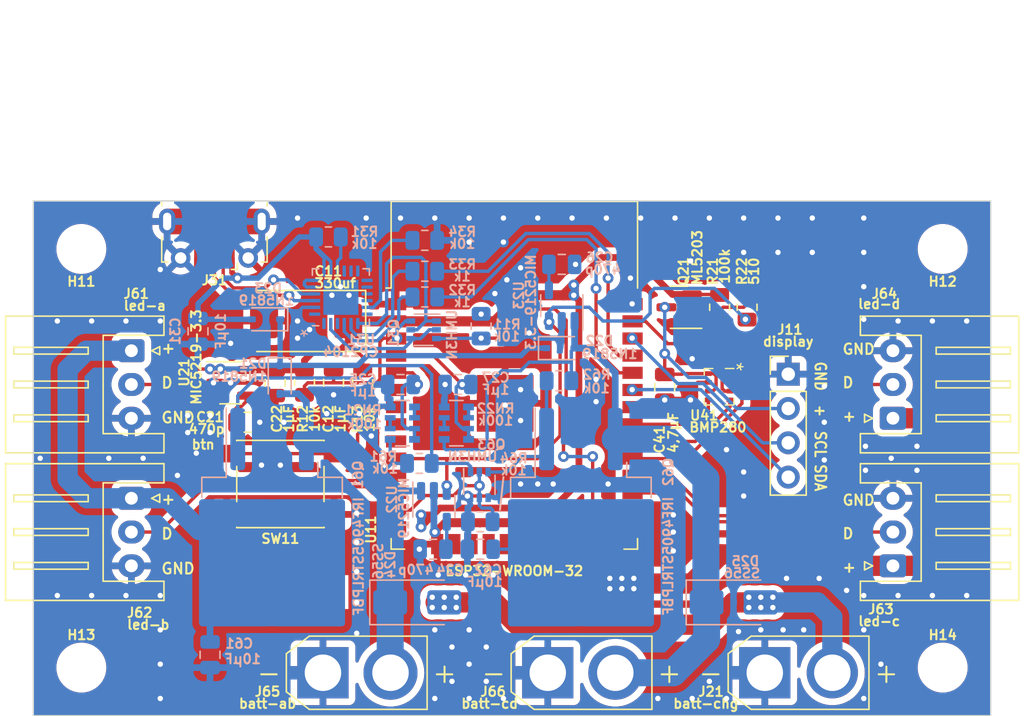
<source format=kicad_pcb>
(kicad_pcb (version 20221018) (generator pcbnew)
  (layers (0 "F.Cu" signal) (31 "B.Cu" signal) (34 "B.Paste" user) (35 "F.Paste" user) (36 "B.SilkS" user "B.Silkscreen") (37 "F.SilkS" user "F.Silkscreen") (38 "B.Mask" user) (39 "F.Mask" user) (44 "Edge.Cuts" user))
  (net 0 "")
  (net 1 "+3.3V")
  (net 2 "GND")
  (net 3 "/s-en")
  (net 4 "Net-(U21-BP)")
  (net 5 "VBUS")
  (net 6 "/v-led-ab")
  (net 7 "+5V")
  (net 8 "/v-led-cd")
  (net 9 "+3.3VA")
  (net 10 "Net-(U22-BP)")
  (net 11 "Net-(J31-D-)")
  (net 12 "Net-(J31-D+)")
  (net 14 "/ldata-a")
  (net 15 "/ldata-b")
  (net 16 "/ldata-c")
  (net 17 "/ldata-d")
  (net 18 "/s-boot")
  (net 19 "Net-(Q31A-B1)")
  (net 20 "Net-(Q31A-E1)")
  (net 21 "Net-(Q61-G)")
  (net 22 "/btn")
  (net 23 "Net-(U31-~{RST})")
  (net 24 "Net-(U31-TXD)")
  (net 25 "/s-rx")
  (net 26 "Net-(U31-RXD)")
  (net 27 "/s-tx")
  (net 28 "Net-(U31-SUSPEND)")
  (net 29 "Net-(RN21-R1.2)")
  (net 30 "Net-(U23-BP)")
  (net 31 "leden")
  (net 32 "Net-(RN22-R1.2)")
  (net 33 "Net-(Q21-G)")
  (net 46 "/bmp280-cs")
  (net 47 "/spi-clk")
  (net 48 "/spi-miso")
  (net 50 "i2c-sda")
  (net 51 "i2c-scl")
  (net 52 "/spi-mosi")
  (net 54 "+BATT-AB")
  (net 55 "+BATT-CD")
  (net 56 "Net-(D24-A)")
  (net 58 "Net-(U31-VDD)")
  (net 68 "Net-(Q62-G)")
  (net 69 "hwen")
  (net 70 "Net-(RN21-R2.1)")
  (net 71 "Net-(RN21-R3.2)")
  (net 72 "Net-(RN22-R2.1)")
  (net 73 "Net-(RN22-R3.2)")
  (footprint "Resistor_SMD:R_0805_2012Metric" (layer "F.Cu") (at 128.016 55.372 -90)
    (fp_text reference "R13")
    (fp_text value "10k")
  )
  (footprint "MountingHole:MountingHole_3.2mm_M3" (layer "F.Cu") (at 170.942 45.466)
    (fp_text reference "H12")
    (fp_text value "MountingHole" hide)
  )
  (footprint "Capacitor_Tantalum_SMD:CP_EIA-7343-20_Kemet-V" (layer "F.Cu") (at 123.825 50.8 180)
    (fp_text reference "C11")
    (fp_text value "330uf")
  )
  (footprint "Package_TO_SOT_SMD:SOT-23-5" (layer "F.Cu") (at 118.2425 55.372)
    (fp_text reference "U21")
    (fp_text value "MIC5219-3.3")
  )
  (footprint "Button_Switch_SMD:SW_Push_1P1T_NO_6x6mm_H9.5mm" (layer "F.Cu") (at 121.92 62.865 180)
    (fp_text reference "SW11")
    (fp_text value "btn")
  )
  (footprint "MountingHole:MountingHole_3.2mm_M3" (layer "F.Cu") (at 170.942 76.454)
    (fp_text reference "H14")
    (fp_text value "MountingHole" hide)
  )
  (footprint "Resistor_SMD:R_0805_2012Metric" (layer "F.Cu") (at 156.464 49.784 90)
    (fp_text reference "R22")
    (fp_text value "510")
  )
  (footprint "Connector_JST:JST_XH_S3B-XH-A_1x03_P2.50mm_Horizontal" (layer "F.Cu") (at 167.259 68.921 90)
    (fp_text reference "J63")
    (fp_text value "led-c")
  )
  (footprint "Capacitor_SMD:C_0805_2012Metric" (layer "F.Cu") (at 150.368 55.705 -90)
    (fp_text reference "C41")
    (fp_text value "4,7μF")
  )
  (footprint "MountingHole:MountingHole_3.2mm_M3" (layer "F.Cu") (at 107.188 76.454)
    (fp_text reference "H13")
    (fp_text value "MountingHole" hide)
  )
  (footprint "Connector_JST:JST_XH_S3B-XH-A_1x03_P2.50mm_Horizontal" (layer "F.Cu") (at 110.892 63.921 -90)
    (fp_text reference "J62")
    (fp_text value "led-b")
  )
  (footprint "Capacitor_SMD:C_0805_2012Metric" (layer "F.Cu") (at 125.857 55.372 -90)
    (fp_text reference "C12")
    (fp_text value "1μF")
  )
  (footprint "RF_Module:ESP32-WROOM-32" (layer "F.Cu") (at 139.237 57.805)
    (fp_text reference "U11")
    (fp_text value "ESP32-WROOM-32")
  )
  (footprint "Package_LGA:Bosch_LGA-8_2x2.5mm_P0.65mm_ClockwisePinNumbering" (layer "F.Cu") (at 154.394 55.667 -90)
    (fp_text reference "U41")
    (fp_text value "BMP280")
  )
  (footprint "Connector_AMASS:AMASS_XT30U-F_1x02_P5.0mm_Vertical" (layer "F.Cu") (at 125.071 76.835)
    (fp_text reference "J65")
    (fp_text value "batt-ab")
  )
  (footprint "MountingHole:MountingHole_3.2mm_M3" (layer "F.Cu") (at 107.188 45.466)
    (fp_text reference "H11")
    (fp_text value "MountingHole" hide)
  )
  (footprint "Connector_AMASS:AMASS_XT30U-F_1x02_P5.0mm_Vertical" (layer "F.Cu") (at 141.7104 76.835)
    (fp_text reference "J66")
    (fp_text value "batt-cd")
  )
  (footprint "Connector_JST:JST_XH_S3B-XH-A_1x03_P2.50mm_Horizontal" (layer "F.Cu") (at 167.259 57.999 90)
    (fp_text reference "J64")
    (fp_text value "led-d")
  )
  (footprint "Capacitor_SMD:C_0805_2012Metric" (layer "F.Cu") (at 121.539 55.372 -90)
    (fp_text reference "C22")
    (fp_text value "1μF")
  )
  (footprint "Connector_JST:JST_XH_S3B-XH-A_1x03_P2.50mm_Horizontal" (layer "F.Cu") (at 110.892 52.999 -90)
    (fp_text reference "J61")
    (fp_text value "led-a")
  )
  (footprint "Connector_PinHeader_2.54mm:PinHeader_1x04_P2.54mm_Vertical" (layer "F.Cu") (at 159.512 54.737)
    (fp_text reference "J11")
    (fp_text value "display")
  )
  (footprint "Capacitor_SMD:C_0805_2012Metric" (layer "F.Cu") (at 119.507 58.293)
    (fp_text reference "C21")
    (fp_text value "470p")
  )
  (footprint "Resistor_SMD:R_0805_2012Metric" (layer "F.Cu") (at 123.7035 55.352 -90)
    (fp_text reference "R12")
    (fp_text value "10k")
  )
  (footprint "Connector_AMASS:AMASS_XT30U-M_1x02_P5.0mm_Vertical" (layer "F.Cu") (at 157.774 76.835)
    (fp_text reference "J21")
    (fp_text value "batt-chg")
  )
  (footprint "Resistor_SMD:R_0805_2012Metric" (layer "F.Cu") (at 154.432 49.784 -90)
    (fp_text reference "R21")
    (fp_text value "100k")
  )
  (footprint "Package_TO_SOT_SMD:SOT-23" (layer "F.Cu") (at 151.4325 49.784 180)
    (fp_text reference "Q21")
    (fp_text value "ML5203")
  )
  (footprint "Connector_USB:USB_Micro-B_Molex-105017-0001" (layer "F.Cu") (at 117.038 44.6715 180)
    (fp_text reference "J31")
    (fp_text value "USB_B_Micro" hide)
  )
  (footprint "Resistor_SMD:R_0805_2012Metric" (layer "B.Cu") (at 136.779 51.181 -90)
    (fp_text reference "R11")
    (fp_text value "10k")
  )
  (footprint "Resistor_SMD:R_0805_2012Metric" (layer "B.Cu") (at 132.207 61.341 180)
    (fp_text reference "R61")
    (fp_text value "10k")
  )
  (footprint "Package_DFN_QFN:QFN-24-1EP_4x4mm_P0.5mm_EP2.6x2.6mm" (layer "B.Cu") (at 126.3975 49.042)
    (fp_text reference "U31")
    (fp_text value "CP2104")
  )
  (footprint "Diode_SMD:D_SMA" (layer "B.Cu") (at 155.4668 71.628)
    (fp_text reference "D25")
    (fp_text value "SS56")
  )
  (footprint "Diode_SMD:D_SMA" (layer "B.Cu") (at 132.048 71.628)
    (fp_text reference "D24")
    (fp_text value "SS56")
  )
  (footprint "Diode_SMD:D_SOD-323" (layer "B.Cu") (at 121.8692 55.1348 -90)
    (fp_text reference "D21")
    (fp_text value "1N5819")
  )
  (footprint "Capacitor_SMD:C_0805_2012Metric" (layer "B.Cu") (at 135.062 55.499 180)
    (fp_text reference "C27")
    (fp_text value "1μF")
  )
  (footprint "Resistor_SMD:R_0805_2012Metric" (layer "B.Cu") (at 132.6115 44.831 180)
    (fp_text reference "R34")
    (fp_text value "10k")
  )
  (footprint "Package_TO_SOT_SMD:TO-263-2" (layer "B.Cu") (at 144.164 67.195 -90)
    (fp_text reference "Q62")
    (fp_text value "IRF4905STRLPBF")
  )
  (footprint "Capacitor_SMD:C_0805_2012Metric" (layer "B.Cu") (at 136.713 67.691)
    (fp_text reference "C62")
    (fp_text value "10μF")
  )
  (footprint "Resistor_SMD:R_0805_2012Metric" (layer "B.Cu") (at 125.476 44.577 180)
    (fp_text reference "R31")
    (fp_text value "10k")
  )
  (footprint "Diode_SMD:D_SOD-323" (layer "B.Cu") (at 120.8532 50.673 180)
    (fp_text reference "D23")
    (fp_text value "1N5819")
  )
  (footprint "Capacitor_SMD:C_0805_2012Metric" (layer "B.Cu") (at 142.748 46.609)
    (fp_text reference "C26")
    (fp_text value "470p")
  )
  (footprint "Capacitor_SMD:C_0805_2012Metric" (layer "B.Cu") (at 115.824 51.562 -90)
    (fp_text reference "C31")
    (fp_text value "10μF")
  )
  (footprint "Package_TO_SOT_SMD:SOT-363_SC-70-6" (layer "B.Cu") (at 136.647 62.926 -90)
    (fp_text reference "Q63")
    (fp_text value "UMH3N")
  )
  (footprint "Package_TO_SOT_SMD:SOT-23-5" (layer "B.Cu") (at 142.748 49.6625 90)
    (fp_text reference "U23")
    (fp_text value "MIC5219-3.3")
  )
  (footprint "Resistor_SMD:R_0805_2012Metric" (layer "B.Cu") (at 142.5429 55.2196)
    (fp_text reference "R62")
    (fp_text value "10k")
  )
  (footprint "Package_TO_SOT_SMD:SOT-23-5" (layer "B.Cu") (at 133.284 64.516 -90)
    (fp_text reference "U22")
    (fp_text value "MIC5219")
  )
  (footprint "Capacitor_SMD:C_0805_2012Metric" (layer "B.Cu") (at 116.713 75.504 -90)
    (fp_text reference "C61")
    (fp_text value "10μF")
  )
  (footprint "Resistor_SMD:R_Array_Convex_4x0603" (layer "B.Cu") (at 130.948 58.363)
    (fp_text reference "RN21")
    (fp_text value "100k")
  )
  (footprint "Resistor_SMD:R_Array_Convex_4x0603" (layer "B.Cu") (at 134.946 58.363)
    (fp_text reference "RN22")
    (fp_text value "100k")
  )
  (footprint "Package_TO_SOT_SMD:TO-263-2" (layer "B.Cu") (at 121.304 67.195 -90)
    (fp_text reference "Q61")
    (fp_text value "IRF4905STRLPBF")
  )
  (footprint "Resistor_SMD:R_0805_2012Metric" (layer "B.Cu") (at 136.713 65.659 180)
    (fp_text reference "R64")
    (fp_text value "10k")
  )
  (footprint "Capacitor_SMD:C_0805_2012Metric" (layer "B.Cu") (at 133.218 67.691 180)
    (fp_text reference "C24")
    (fp_text value "470p")
  )
  (footprint "Package_TO_SOT_SMD:SOT-363_SC-70-6" (layer "B.Cu") (at 132.522 51.45 180)
    (fp_text reference "Q31")
    (fp_text value "UMH3N")
  )
  (footprint "Resistor_SMD:R_0805_2012Metric" (layer "B.Cu") (at 132.6115 49.022 180)
    (fp_text reference "R32")
    (fp_text value "1k")
  )
  (footprint "Diode_SMD:D_SOD-323" (layer "B.Cu") (at 142.6359 52.8066)
    (fp_text reference "D22")
    (fp_text value "1N5819")
  )
  (footprint "Capacitor_SMD:C_0805_2012Metric" (layer "B.Cu") (at 130.81 55.499 180)
    (fp_text reference "C25")
    (fp_text value "1μF")
  )
  (footprint "Resistor_SMD:R_0805_2012Metric" (layer "B.Cu") (at 132.6115 47.117 180)
    (fp_text reference "R33")
    (fp_text value "1k")
  )
  (gr_line (start 138.43 62.357) (end 138.176 64.77) (stroke (width 0.15)) (layer "B.SilkS"))
  (gr_line (start 103.632 41.91) (end 103.632 80.01) (stroke (width 0.1)) (layer "Edge.Cuts"))
  (gr_line (start 103.632 80.01) (end 174.498 80.01) (stroke (width 0.1)) (layer "Edge.Cuts"))
  (gr_line (start 174.498 80.01) (end 174.498 41.91) (stroke (width 0.1)) (layer "Edge.Cuts"))
  (gr_line (start 174.498 41.91) (end 103.632 41.91) (stroke (width 0.1)) (layer "Edge.Cuts"))
  (gr_text "rwled-v0.2" (at 116.332 71.628) (layer "F.Cu") (effects (font (size 1.2 1.2) (thickness 0.3) bold) (justify left bottom)))
  (gr_text "+\n\nD\n\nGND" (at 113.03 58.42) (layer "F.SilkS") (effects (font (size 0.8 0.8) (thickness 0.15) bold) (justify left bottom)))
  (gr_text "+\n\nD\n\nGND" (at 113.03 69.596) (layer "F.SilkS") (effects (font (size 0.8 0.8) (thickness 0.15) bold) (justify left bottom)))
  (gr_text "GND\n\nD\n\n+" (at 163.449 58.293) (layer "F.SilkS") (effects (font (size 0.77 0.77) (thickness 0.15) bold) (justify left bottom)))
  (gr_text "GND  +  SCL SDA" (at 161.417 53.721 270) (layer "F.SilkS") (effects (font (size 0.8 0.7) (thickness 0.15) bold) (justify left bottom)))
  (gr_text "GND\n\nD\n\n+" (at 163.449 69.469) (layer "F.SilkS") (effects (font (size 0.77 0.77) (thickness 0.15) bold) (justify left bottom)))
  (segment (start 119.38 54.422) (end 121.539 54.422) (width 0.5) (layer "F.Cu") (net 1))
  (segment (start 137.312 50.825) (end 137.77 50.825) (width 0.75) (layer "F.Cu") (net 1))
  (segment (start 133.731 64.643) (end 133.223 65.151) (width 0.5) (layer "F.Cu") (net 1))
  (segment (start 150.942 48.834) (end 148.209 46.101) (width 0.5) (layer "F.Cu") (net 1))
  (segment (start 143.637 48.133) (end 145.669 46.101) (width 0.5) (layer "F.Cu") (net 1))
  (segment (start 124.333 53.086) (end 126.238 53.086) (width 0.5) (layer "F.Cu") (net 1))
  (segment (start 132.334 65.151) (end 133.223 65.151) (width 0.5) (layer "F.Cu") (net 1))
  (segment (start 123.7035 53.7155) (end 124.333 53.086) (width 0.5) (layer "F.Cu") (net 1))
  (segment (start 139.7 48.895) (end 137.77 50.825) (width 0.75) (layer "F.Cu") (net 1))
  (segment (start 123.7035 54.4395) (end 123.7035 53.7155) (width 0.5) (layer "F.Cu") (net 1))
  (segment (start 143.637 48.895) (end 142.875 48.895) (width 0.75) (layer "F.Cu") (net 1))
  (segment (start 142.875 48.895) (end 139.7 48.895) (width 0.75) (layer "F.Cu") (net 1))
  (segment (start 130.487 50.825) (end 136.246 50.825) (width 0.75) (layer "F.Cu") (net 1))
  (segment (start 152.37 48.834) (end 150.942 48.834) (width 0.5) (layer "F.Cu") (net 1))
  (segment (start 121.539 54.422) (end 123.686 54.422) (width 0.5) (layer "F.Cu") (net 1))
  (segment (start 143.637 48.133) (end 142.875 48.895) (width 0.75) (layer "F.Cu") (net 1))
  (segment (start 143.637 48.895) (end 144.018 49.276) (width 0.5) (layer "F.Cu") (net 1))
  (segment (start 123.686 54.422) (end 123.7035 54.4395) (width 0.5) (layer "F.Cu") (net 1))
  (segment (start 130.487 50.825) (end 126.9625 50.825) (width 0.75) (layer "F.Cu") (net 1))
  (segment (start 152.37 48.834) (end 154.3945 48.834) (width 0.25) (layer "F.Cu") (net 1))
  (segment (start 136.779 50.292) (end 137.312 50.825) (width 0.75) (layer "F.Cu") (net 1))
  (segment (start 126.9625 50.825) (end 126.9375 50.8) (width 0.75) (layer "F.Cu") (net 1))
  (segment (start 126.9375 52.3865) (end 126.9375 50.8) (width 0.5) (layer "F.Cu") (net 1))
  (segment (start 136.246 50.825) (end 137.312 50.825) (width 0.75) (layer "F.Cu") (net 1))
  (segment (start 132.334 66.04) (end 133.223 65.151) (width 0.5) (layer "F.Cu") (net 1))
  (segment (start 144.018 49.276) (end 144.018 62.738) (width 0.5) (layer "F.Cu") (net 1))
  (segment (start 136.246 50.825) (end 136.779 50.292) (width 0.75) (layer "F.Cu") (net 1))
  (segment (start 144.018 62.738) (end 142.113 64.643) (width 0.5) (layer "F.Cu") (net 1))
  (segment (start 123.6805 54.422) (end 123.698 54.4395) (width 0.5) (layer "F.Cu") (net 1))
  (segment (start 142.113 64.643) (end 133.731 64.643) (width 0.5) (layer "F.Cu") (net 1))
  (segment (start 126.238 53.086) (end 126.9375 52.3865) (width 0.5) (layer "F.Cu") (net 1))
  (segment (start 143.637 48.895) (end 143.637 48.133) (width 0.75) (layer "F.Cu") (net 1))
  (segment (start 128.016 54.4595) (end 128.016 53.465) (width 0.25) (layer "F.Cu") (net 1))
  (segment (start 148.209 46.101) (end 145.669 46.101) (width 0.5) (layer "F.Cu") (net 1))
  (segment (start 128.016 53.465) (end 126.9375 52.3865) (width 0.25) (layer "F.Cu") (net 1))
  (segment (start 154.3945 48.834) (end 154.432 48.8715) (width 0.25) (layer "F.Cu") (net 1))
  (via (at 143.637 48.133) (size 0.8) (drill 0.4) (layers "F.Cu" "B.Cu") (net 1))
  (via (at 143.637 48.895) (size 0.8) (drill 0.4) (layers "F.Cu" "B.Cu") (net 1))
  (via (at 132.334 66.04) (size 0.8) (drill 0.4) (layers "F.Cu" "B.Cu") (net 1))
  (via (at 136.779 50.292) (size 0.8) (drill 0.4) (layers "F.Cu" "B.Cu") (net 1))
  (via (at 132.334 65.151) (size 0.8) (drill 0.4) (layers "F.Cu" "B.Cu") (net 1))
  (segment (start 155.575 54.692) (end 156.636 54.692) (width 0.25) (layer "F.Cu") (net 2))
  (segment (start 135.763 63.754) (end 135.801 63.792) (width 0.4) (layer "F.Cu") (net 2))
  (segment (start 133.527 66.244) (end 134.112 65.659) (width 0.5) (layer "F.Cu") (net 2))
  (segment (start 141.7104 76.835) (end 138.303 76.835) (width 1) (layer "F.Cu") (net 2))
  (segment (start 135.763 63.754) (end 137.668 63.754) (width 0.25) (layer "F.Cu") (net 2))
  (segment (start 152.273 55.88) (end 152.273 56.642) (width 0.25) (layer "F.Cu") (net 2))
  (segment (start 155.62 54.692) (end 156.337 53.975) (width 0.25) (layer "F.Cu") (net 2))
  (segment (start 125.071 76.835) (end 121.983 76.835) (width 1) (layer "F.Cu") (net 2))
  (segment (start 115.738 46.134) (end 115.738 47.711) (width 0.4) (layer "F.Cu") (net 2))
  (segment (start 133.527 67.315) (end 133.527 66.244) (width 0.5) (layer "F.Cu") (net 2))
  (segment (start 125.349 57.658) (end 127.762 57.658) (width 0.25) (layer "F.Cu") (net 2))
  (segment (start 125.857 56.322) (end 125.857 57.15) (width 0.25) (layer "F.Cu") (net 2))
  (segment (start 152.811 55.342) (end 152.273 55.88) (width 0.25) (layer "F.Cu") (net 2))
  (segment (start 157.774 76.835) (end 154.559 76.835) (width 1) (layer "F.Cu") (net 2))
  (segment (start 155.194 54.692) (end 155.575 54.692) (width 0.25) (layer "F.Cu") (net 2))
  (segment (start 121.539 57.658) (end 122.174 58.293) (width 0.5) (layer "F.Cu") (net 2))
  (segment (start 125.857 57.15) (end 125.349 57.658) (width 0.25) (layer "F.Cu") (net 2))
  (segment (start 153.594 55.342) (end 152.811 55.342) (width 0.25) (layer "F.Cu") (net 2))
  (segment (start 121.539 56.322) (end 121.539 57.658) (width 0.5) (layer "F.Cu") (net 2))
  (via (at 137.795 48.768) (size 0.8) (drill 0.4) (layers "F.Cu" "B.Cu") (net 2))
  (via (at 154.94 60.325) (size 0.8) (drill 0.4) (layers "F.Cu" "B.Cu") (net 2))
  (via (at 111.76 60.96) (size 0.8) (drill 0.4) (layers "F.Cu" "B.Cu") (net 2))
  (via (at 156.21 61.976) (size 0.8) (drill 0.4) (layers "F.Cu" "B.Cu") (net 2))
  (via (at 167.132 60.96) (size 0.8) (drill 0.4) (layers "F.Cu" "B.Cu") (net 2))
  (via (at 165.227 61.849) (size 0.8) (drill 0.4) (layers "F.Cu" "B.Cu") (net 2))
  (via (at 145.288 55.118) (size 0.8) (drill 0.4) (layers "F.Cu" "B.Cu") (net 2))
  (via (at 172.72 50.8) (size 0.8) (drill 0.4) (layers "F.Cu" "B.Cu") (net 2))
  (via (at 151.13 43.18) (size 0.8) (drill 0.4) (layers "F.Cu" "B.Cu") (net 2))
  (via (at 121.92 61.468) (size 0.8) (drill 0.4) (layers "F.Cu" "B.Cu") (net 2))
  (via (at 135.89 43.18) (size 0.8) (drill 0.4) (layers "F.Cu" "B.Cu") (net 2))
  (via (at 169.037 61.849) (size 0.8) (drill 0.4) (layers "F.Cu" "B.Cu") (net 2))
  (via (at 138.43 78.74) (size 0.8) (drill 0.4) (layers "F.Cu" "B.Cu") (net 2))
  (via (at 162.179 55.626) (size 0.8) (drill 0.4) (layers "F.Cu" "B.Cu") (net 2))
  (via (at 165.1 50.673) (size 0.8) (drill 0.4) (layers "F.Cu" "B.Cu") (net 2))
  (via (at 169.037 60.071) (size 0.8) (drill 0.4) (layers "F.Cu" "B.Cu") (net 2))
  (via (at 139.7 46.863) (size 0.8) (drill 0.4) (layers "F.Cu" "B.Cu") (net 2))
  (via (at 128.651 59.309) (size 0.8) (drill 0.4) (layers "F.Cu" "B.Cu") (net 2))
  (via (at 139.7 62.865) (size 0.8) (drill 0.4) (layers "F.Cu" "B.Cu") (net 2))
  (via (at 105.41 71.12) (size 0.8) (drill 0.4) (layers "F.Cu" "B.Cu") (net 2))
  (via (at 116.967 55.372) (size 0.8) (drill 0.4) (layers "F.Cu" "B.Cu") (net 2))
  (via (at 133.35 78.74) (size 0.8) (drill 0.4) (layers "F.Cu" "B.Cu") (net 2))
  (via (at 159.131 73.66) (size 0.8) (drill 0.4) (layers "F.Cu" "B.Cu") (net 2))
  (via (at 116.713 57.785) (size 0.8) (drill 0.4) (layers "F.Cu" "B.Cu") (net 2))
  (via (at 109.22 60.96) (size 0.8) (drill 0.4) (layers "F.Cu" "B.Cu") (net 2))
  (via (at 162.179 58.293) (size 0.8) (drill 0.4) (layers "F.Cu" "B.Cu") (net 2))
  (via (at 125.857 56.261) (size 0.8) (drill 0.4) (layers "F.Cu" "B.Cu") (net 2))
  (via (at 126.365 48.26) (size 0.8) (drill 0.4) (layers "F.Cu" "B.Cu") (net 2))
  (via (at 133.35 73.66) (size 0.8) (drill 0.4) (layers "F.Cu" "B.Cu") (net 2))
  (via (at 127.571 65.024) (size 0.8) (drill 0.4) (layers "F.Cu" "B.Cu") (net 2))
  (via (at 156.21 45.72) (size 0.8) (drill 0.4) (layers "F.Cu" "B.Cu") (net 2))
  (via (at 123.19 50.8) (size 0.8) (drill 0.4) (layers "F.Cu" "B.Cu") (net 2))
  (via (at 167.64 71.12) (size 0.8) (drill 0.4) (layers "F.Cu" "B.Cu") (net 2))
  (via (at 139.7 58.166) (size 0.8) (drill 0.4) (layers "F.Cu" "B.Cu") (net 2))
  (via (at 147.955 49.53) (size 0.8) (drill 0.4) (layers "F.Cu" "B.Cu") (net 2))
  (via (at 153.67 77.47) (size 0.8) (drill 0.4) (layers "F.Cu" "B.Cu") (net 2))
  (via (at 135.763 63.754) (size 0.8) (drill 0.4) (layers "F.Cu" "B.Cu") (net 2))
  (via (at 161.29 43.18) (size 0.8) (drill 0.4) (layers "F.Cu" "B.Cu") (net 2))
  (via (at 132.207 67.691) (size 0.8) (drill 0.4) (layers "F.Cu" "B.Cu") (net 2))
  (via (at 118.237 52.451) (size 0.8) (drill 0.4) (layers "F.Cu" "B.Cu") (net 2))
  (via (at 165.1 43.18) (size 0.8) (drill 0.4) (layers "F.Cu" "B.Cu") (net 2))
  (via (at 125.349 57.658) (size 0.8) (drill 0.4) (layers "F.Cu" "B.Cu") (net 2))
  (via (at 110.49 71.12) (size 0.8) (drill 0.4) (layers "F.Cu" "B.Cu") (net 2))
  (via (at 158.75 43.18) (size 0.8) (drill 0.4) (layers "F.Cu" "B.Cu") (net 2))
  (via (at 142.113 62.865) (size 0.8) (drill 0.4) (layers "F.Cu" "B.Cu") (net 2))
  (via (at 151.003 67.818) (size 0.8) (drill 0.4) (layers "F.Cu" "B.Cu") (net 2))
  (via (at 134.112 55.499) (size 0.8) (drill 0.4) (layers "F.Cu" "B.Cu") (net 2))
  (via (at 152.4 78.74) (size 0.8) (drill 0.4) (layers "F.Cu" "B.Cu") (net 2))
  (via (at 134.62 77.47) (size 0.8) (drill 0.4) (layers "F.Cu" "B.Cu") (net 2))
  (via (at 107.95 50.8) (size 0.8) (drill 0.4) (layers "F.Cu" "B.Cu") (net 2))
  (via (at 127.571 71.628) (size 0.8) (drill 0.4) (layers "F.Cu" "B.Cu") (net 2))
  (via (at 115.062 57.785) (size 0.8) (drill 0.4) (layers "F.Cu" "B.Cu") (net 2))
  (via (at 150.368 56.642) (size 0.8) (drill 0.4) (layers "F.Cu" "B.Cu") (net 2))
  (via (at 156.21 63.754) (size 0.8) (drill 0.4) (layers "F.Cu" "B.Cu") (net 2))
  (via (at 146.177 62.865) (size 0.8) (drill 0.4) (layers "F.Cu" "B.Cu") (net 2))
  (via (at 161.29 45.72) (size 0.8) (drill 0.4) (layers "F.Cu" "B.Cu") (net 2))
  (via (at 152.273 46.355) (size 0.8) (drill 0.4) (layers "F.Cu" "B.Cu") (net 2))
  (via (at 155.829 73.787) (size 0.8) (drill 0.4) (layers "F.Cu" "B.Cu") (net 2))
  (via (at 115.062 59.055) (size 0.8) (drill 0.4) (layers "F.Cu" "B.Cu") (net 2))
  (via (at 154.94 78.74) (size 0.8) (drill 0.4) (layers "F.Cu" "B.Cu") (net 2))
  (via (at 156.21 43.18) (size 0.8) (drill 0.4) (layers "F.Cu" "B.Cu") (net 2))
  (via (at 127.571 69.342) (size 0.8) (drill 0.4) (layers "F.Cu" "B.Cu") (net 2))
  (via (at 139.7 55.88) (size 0.8) (drill 0.4) (layers "F.Cu" "B.Cu") (net 2))
  (via (at 151.003 66.421) (size 0.8) (drill 0.4) (layers "F.Cu" "B.Cu") (net 2))
  (via (at 113.03 78.74) (size 0.8) (drill 0.4) (layers "F.Cu" "B.Cu") (net 2))
  (via (at 133.604 69.596) (size 0.8) (drill 0.4) (layers "F.Cu" "B.Cu") (net 2))
  (via (at 140.97 43.18) (size 0.8) (drill 0.4) (layers "F.Cu" "B.Cu") (net 2))
  (via (at 120.523 61.468) (size 0.8) (drill 0.4) (layers "F.Cu" "B.Cu") (net 2))
  (via (at 172.72 71.12) (size 0.8) (drill 0.4) (layers "F.Cu" "B.Cu") (net 2))
  (via (at 124.079 51.435) (size 0.8) (drill 0.4) (layers "F.Cu" "B.Cu") (net 2))
  (via (at 138.43 43.18) (size 0.8) (drill 0.4) (layers "F.Cu" "B.Cu") (net 2))
  (via (at 113.03 46.99) (size 0.8) (drill 0.4) (layers "F.Cu" "B.Cu") (net 2))
  (via (at 125.73 48.895) (size 0.8) (drill 0.4) (layers "F.Cu" "B.Cu") (net 2))
  (via (at 138.43 44.958) (size 0.8) (drill 0.4) (layers "F.Cu" "B.Cu") (net 2))
  (via (at 134.62 74.93) (size 0.8) (drill 0.4) (layers "F.Cu" "B.Cu") (net 2))
  (via (at 135.89 73.66) (size 0.8) (drill 0.4) (layers "F.Cu" "B.Cu") (net 2))
  (via (at 140.335 51.689) (size 0.8) (drill 0.4) (layers "F.Cu" "B.Cu") (net 2))
  (via (at 122.174 58.293) (size 0.8) (drill 0.4) (layers "F.Cu" "B.Cu") (net 2))
  (via (at 152.273 56.642) (size 0.8) (drill 0.4) (layers "F.Cu" "B.Cu") (net 2))
  (via (at 165.1 78.74) (size 0.8) (drill 0.4) (layers "F.Cu" "B.Cu") (net 2))
  (via (at 133.35 66.421) (size 0.8) (drill 0.4) (layers "F.Cu" "B.Cu") (net 2))
  (via (at 113.03 76.2) (size 0.8) (drill 0.4) (layers "F.Cu" "B.Cu") (net 2))
  (via (at 163.83 70.739) (size 0.8) (drill 0.4) (layers "F.Cu" "B.Cu") (net 2))
  (via (at 170.18 50.8) (size 0.8) (drill 0.4) (layers "F.Cu" "B.Cu") (net 2))
  (via (at 113.03 73.66) (size 0.8) (drill 0.4) (layers "F.Cu" "B.Cu") (net 2))
  (via (at 113.03 71.12) (size 0.8) (drill 0.4) (layers "F.Cu" "B.Cu") (net 2))
  (via (at 114.3 62.23) (size 0.8) (drill 0.4) (layers "F.Cu" "B.Cu") (net 2))
  (via (at 128.27 43.18) (size 0.8) (drill 0.4) (layers "F.Cu" "B.Cu") (net 2))
  (via (at 143.764 46.609) (size 0.8) (drill 0.4) (layers "F.Cu" "B.Cu") (net 2))
  (via (at 127 48.895) (size 0.8) (drill 0.4) (layers "F.Cu" "B.Cu") (net 2))
  (via (at 135.636 69.596) (size 0.8) (drill 0.4) (layers "F.Cu" "B.Cu") (net 2))
  (via (at 165.227 60.071) (size 0.8) (drill 0.4) (layers "F.Cu" "B.Cu") (net 2))
  (via (at 104.14 60.96) (size 0.8) (drill 0.4) (layers "F.Cu" "B.Cu") (net 2))
  (via (at 133.35 43.18) (size 0.8) (drill 0.4) (layers "F.Cu" "B.Cu") (net 2))
  (via (at 138.684 47.752) (size 0.8) (drill 0.4) (layers "F.Cu" "B.Cu") (net 2))
  (via (at 137.668 69.596) (size 0.8) (drill 0.4) (layers "F.Cu" "B.Cu") (net 2))
  (via (at 110.49 50.8) (size 0.8) (drill 0.4) (layers "F.Cu" "B.Cu") (net 2))
  (via (at 137.16 74.93) (size 0.8) (drill 0.4) (layers "F.Cu" "B.Cu") (net 2))
  (via (at 147.828 47.625) (size 0.8) (drill 0.4) (layers "F.Cu" "B.Cu") (net 2))
  (via (at 118.237 55.372) (size 0.8) (drill 0.4) (layers "F.Cu" "B.Cu") (net 2))
  (via (at 165.1 73.66) (size 0.8) (drill 0.4) (layers "F.Cu" "B.Cu") (net 2))
  (via (at 162.179 61.087) (size 0.8) (drill 0.4) (layers "F.Cu" "B.Cu") (net 2))
  (via (at 138.557 57.023) (size 0.8) (drill 0.4) (layers "F.Cu" "B.Cu") (net 2))
  (via (at 123.19 52.07) (size 0.8) (drill 0.4) (layers "F.Cu" "B.Cu") (net 2))
  (via (at 167.64 50.8) (size 0.8) (drill 0.4) (layers "F.Cu" "B.Cu") (net 2))
  (via (at 161.798 69.85) (size 0.8) (drill 0.4) (layers "F.Cu" "B.Cu") (net 2))
  (via (at 127.571 73.914) (size 0.8) (drill 0.4) (layers "F.Cu" "B.Cu") (net 2))
  (via (at 135.89 44.958) (size 0.8) (drill 0.4) (layers "F.Cu" "B.Cu") (net 2))
  (via (at 145.288 56.769) (size 0.8) (drill 0.4) (layers "F.Cu" "B.Cu") (net 2))
  (via (at 135.89 78.74) (size 0.8) (drill 0.4) (layers "F.Cu" "B.Cu") (net 2))
  (via (at 152.4 53.594) (size 0.8) (drill 0.4) (layers "F.Cu" "B.Cu") (net 2))
  (via (at 105.41 50.8) (size 0.8) (drill 0.4) (layers "F.Cu" "B.Cu") (net 2))
  (via (at 146.05 43.18) (size 0.8) (drill 0.4) (layers "F.Cu" "B.Cu") (net 2))
  (via (at 170.18 71.12) (size 0.8) (drill 0.4) (layers "F.Cu" "B.Cu") (net 2))
  (via (at 166.37 76.2) (size 0.8) (drill 0.4) (layers "F.Cu" "B.Cu") (net 2))
  (via (at 135.89 76.2) (size 0.8) (drill 0.4) (layers "F.Cu" "B.Cu") (net 2))
  (via (at 116.713 59.055) (size 0.8) (drill 0.4) (layers "F.Cu" "B.Cu") (net 2))
  (via (at 149.86 78.74) (size 0.8) (drill 0.4) (layers "F.Cu" "B.Cu") (net 2))
  (via (at 143.51 43.18) (size 0.8) (drill 0.4) (layers "F.Cu" "B.Cu") (net 2))
  (via (at 157.48 73.66) (size 0.8) (drill 0.4) (layers "F.Cu" "B.Cu") (net 2))
  (via (at 127.762 57.658) (size 0.8) (drill 0.4) (layers "F.Cu" "B.Cu") (net 2))
  (via (at 165.1 48.26) (size 0.8) (drill 0.4) (layers "F.Cu" "B.Cu") (net 2))
  (via (at 165.1 71.12) (size 0.8) (drill 0.4) (layers "F.Cu" "B.Cu") (net 2))
  (via (at 151.003 65.151) (size 0.8) (drill 0.4) (layers "F.Cu" "B.Cu") (net 2))
  (via (at 158.75 45.72) (size 0.8) (drill 0.4) (layers "F.Cu" "B.Cu") (net 2))
  (via (at 130.81 43.18) (size 0.8) (drill 0.4) (layers "F.Cu" "B.Cu") (net 2))
  (via (at 153.67 43.18) (size 0.8) (drill 0.4) (layers "F.Cu" "B.Cu") (net 2))
  (via (at 137.16 77.47) (size 0.8) (drill 0.4) (layers "F.Cu" "B.Cu") (net 2))
  (via (at 127.571 67.183) (size 0.8) (drill 0.4) (layers "F.Cu" "B.Cu") (net 2))
  (via (at 113.03 50.8) (size 0.8) (drill 0.4) (layers "F.Cu" "B.Cu") (net 2))
  (via (at 165.1 45.72) (size 0.8) (drill 0.4) (layers "F.Cu" "B.Cu") (net 2))
  (via (at 115.697 60.579) (size 0.8) (drill 0.4) (layers "F.Cu" "B.Cu") (net 2))
  (via (at 107.95 71.12) (size 0.8) (drill 0.4) (layers "F.Cu" "B.Cu") (net 2))
  (via (at 159.385 69.85) (size 0.8) (drill 0.4) (layers "F.Cu" "B.Cu") (net 2))
  (via (at 120.396 58.293) (size 0.8) (drill 0.4) (layers "F.Cu" "B.Cu") (net 2))
  (via (at 140.97 62.865) (size 0.8) (drill 0.4) (layers "F.Cu" "B.Cu") (net 2))
  (via (at 160.655 73.66) (size 0.8) (drill 0.4) (layers "F.Cu" "B.Cu") (net 2))
  (via (at 123.19 43.18) (size 0.8) (drill 0.4) (layers "F.Cu" "B.Cu") (net 2))
  (via (at 148.59 43.18) (size 0.8) (drill 0.4) (layers "F.Cu" "B.Cu") (net 2))
  (segment (start 137.8 63.876) (end 138.811 62.865) (width 0.25) (layer "B.Cu") (net 2))
  (segment (start 141.7104 76.835) (end 138.303 76.835) (width 1) (layer "B.Cu") (net 2))
  (segment (start 123.563 49.792) (end 123.19 50.165) (width 0.25) (layer "B.Cu") (net 2))
  (segment (start 129.86 55.499) (end 129.86 56.454) (width 0.25) (layer "B.Cu") (net 2))
  (segment (start 133.284 63.3785) (end 133.284 66.228) (width 0.5) (layer "B.Cu") (net 2))
  (segment (start 134.112 56.388) (end 134.112 55.499) (width 0.25) (layer "B.Cu") (net 2))
  (segment (start 140.716 52.07) (end 140.589 51.943) (width 0.4) (layer "B.Cu") (net 2))
  (segment (start 129.86 56.454) (end 130.048 56.642) (width 0.25) (layer "B.Cu") (net 2))
  (segment (start 133.35 66.294) (end 133.35 66.421) (width 0.5) (layer "B.Cu") (net 2))
  (segment (start 137.297 63.876) (end 137.8 63.876) (width 0.25) (layer "B.Cu") (net 2))
  (segment (start 123.19 50.165) (end 123.19 50.8) (width 0.25) (layer "B.Cu") (net 2))
  (segment (start 138.811 62.865) (end 139.7 62.865) (width 0.25) (layer "B.Cu") (net 2))
  (segment (start 124.46 49.792) (end 123.563 49.792) (width 0.25) (layer "B.Cu") (net 2))
  (segment (start 133.35 66.421) (end 133.477 66.421) (width 0.5) (layer "B.Cu") (net 2))
  (segment (start 142.748 51.816) (end 142.494 52.07) (width 0.4) (layer "B.Cu") (net 2))
  (segment (start 133.477 66.421) (end 133.477 66.421) (width 0.5) (layer "B.Cu") (net 2))
  (segment (start 140.589 51.943) (end 140.335 51.689) (width 0.4) (layer "B.Cu") (net 2))
  (segment (start 142.748 50.8) (end 142.748 51.816) (width 0.4) (layer "B.Cu") (net 2))
  (segment (start 134.046 56.454) (end 134.112 56.388) (width 0.25) (layer "B.Cu") (net 2))
  (segment (start 135.8005 65.659) (end 135.8005 64.6055) (width 0.4) (layer "B.Cu") (net 2))
  (segment (start 157.774 76.835) (end 154.559 76.835) (width 1) (layer "B.Cu") (net 2))
  (segment (start 133.284 66.228) (end 133.35 66.294) (width 0.5) (layer "B.Cu") (net 2))
  (segment (start 139.7 51.054) (end 139.7 46.863) (width 0.4) (layer "B.Cu") (net 2))
  (segment (start 135.997 64.409) (end 135.763 63.754) (width 0.4) (layer "B.Cu") (net 2))
  (segment (start 130.048 56.642) (end 130.048 57.163) (width 0.25) (layer "B.Cu") (net 2))
  (segment (start 135.8005 64.6055) (end 135.997 64.409) (width 0.4) (layer "B.Cu") (net 2))
  (segment (start 134.046 57.163) (end 134.046 56.454) (width 0.25) (layer "B.Cu") (net 2))
  (segment (start 142.494 52.07) (end 140.716 52.07) (width 0.4) (layer "B.Cu") (net 2))
  (segment (start 140.335 51.689) (end 139.7 51.054) (width 0.4) (layer "B.Cu") (net 2))
  (segment (start 135.763 63.754) (end 135.997 63.876) (width 0.4) (layer "B.Cu") (net 2))
  (segment (start 125.071 76.835) (end 121.348 76.835) (width 1) (layer "B.Cu") (net 2))
  (segment (start 129.54 52.07) (end 130.556 52.07) (width 0.25) (layer "F.Cu") (net 3))
  (segment (start 125.857 54.422) (end 125.857 55.372) (width 0.25) (layer "F.Cu") (net 3))
  (segment (start 129.286 55.118) (end 129.286 52.324) (width 0.25) (layer "F.Cu") (net 3))
  (segment (start 125.857 55.372) (end 129.032 55.372) (width 0.25) (layer "F.Cu") (net 3))
  (segment (start 129.032 55.372) (end 129.286 55.118) (width 0.25) (layer "F.Cu") (net 3))
  (segment (start 123.952 55.372) (end 125.857 55.372) (width 0.25) (layer "F.Cu") (net 3))
  (segment (start 123.7035 56.2645) (end 123.7035 55.6205) (width 0.25) (layer "F.Cu") (net 3))
  (segment (start 129.286 52.324) (end 129.54 52.07) (width 0.25) (layer "F.Cu") (net 3))
  (segment (start 130.487 52.095) (end 130.556 51.943) (width 0.25) (layer "F.Cu") (net 3))
  (segment (start 123.7035 55.6205) (end 123.952 55.372) (width 0.25) (layer "F.Cu") (net 3))
  (via (at 130.556 52.07) (size 0.8) (drill 0.4) (layers "F.Cu" "B.Cu") (net 3))
  (segment (start 130.556 51.428188) (end 131.184188 50.8) (width 0.25) (layer "B.Cu") (net 3))
  (segment (start 130.556 51.428188) (end 130.556 52.07) (width 0.25) (layer "B.Cu") (net 3))
  (segment (start 131.184188 50.8) (end 131.572 50.8) (width 0.25) (layer "B.Cu") (net 3))
  (segment (start 118.999 57.15) (end 118.745 57.15) (width 0.25) (layer "F.Cu") (net 4))
  (segment (start 118.557 57.343) (end 118.745 57.155) (width 0.25) (layer "F.Cu") (net 4))
  (segment (start 119.38 56.769) (end 118.999 57.15) (width 0.25) (layer "F.Cu") (net 4))
  (segment (start 118.745 57.155) (end 118.745 57.15) (width 0.25) (layer "F.Cu") (net 4))
  (segment (start 118.557 57.343) (end 118.557 58.293) (width 0.25) (layer "F.Cu") (net 4))
  (segment (start 119.38 56.322) (end 119.38 56.769) (width 0.25) (layer "F.Cu") (net 4))
  (segment (start 118.338 46.134) (end 118.338 47.218) (width 0.4) (layer "F.Cu") (net 5))
  (segment (start 118.338 47.218) (end 118.745 47.625) (width 0.4) (layer "F.Cu") (net 5))
  (via (at 118.745 47.625) (size 0.8) (drill 0.4) (layers "F.Cu" "B.Cu") (net 5))
  (segment (start 115.824 49.53) (end 117.729 47.625) (width 0.4) (layer "B.Cu") (net 5))
  (segment (start 125.1475 46.1755) (end 125.222 46.101) (width 0.25) (layer "B.Cu") (net 5))
  (segment (start 118.745 47.625) (end 120.269 47.625) (width 0.4) (layer "B.Cu") (net 5))
  (segment (start 115.824 50.612) (end 115.885 50.673) (width 0.4) (layer "B.Cu") (net 5))
  (segment (start 125.349 46.101) (end 125.222 46.101) (width 0.25) (layer "B.Cu") (net 5))
  (segment (start 117.729 47.625) (end 118.745 47.625) (width 0.4) (layer "B.Cu") (net 5))
  (segment (start 124.5635 44.577) (end 124.5635 45.4425) (width 0.4) (layer "B.Cu") (net 5))
  (segment (start 125.1475 47.1045) (end 125.1475 46.1755) (width 0.25) (layer "B.Cu") (net 5))
  (segment (start 125.6475 46.3995) (end 125.349 46.101) (width 0.25) (layer "B.Cu") (net 5))
  (segment (start 115.885 50.673) (end 119.8032 50.673) (width 0.4) (layer "B.Cu") (net 5))
  (segment (start 120.269 47.625) (end 123.317 44.577) (width 0.4) (layer "B.Cu") (net 5))
  (segment (start 124.5635 45.4425) (end 125.222 46.101) (width 0.4) (layer "B.Cu") (net 5))
  (segment (start 125.6475 47.1045) (end 125.6475 46.3995) (width 0.25) (layer "B.Cu") (net 5))
  (segment (start 123.317 44.577) (end 124.5635 44.577) (width 0.4) (layer "B.Cu") (net 5))
  (segment (start 115.824 50.612) (end 115.824 49.53) (width 0.4) (layer "B.Cu") (net 5))
  (segment (start 107.609 63.921) (end 110.892 63.921) (width 1.5) (layer "B.Cu") (net 6))
  (segment (start 113.578 63.921) (end 115.927 66.27) (width 1.5) (layer "B.Cu") (net 6))
  (segment (start 106.172 62.484) (end 107.609 63.921) (width 1.5) (layer "B.Cu") (net 6))
  (segment (start 110.892 63.921) (end 113.578 63.921) (width 1.5) (layer "B.Cu") (net 6))
  (segment (start 106.172 62.484) (end 106.172 54.384) (width 1.5) (layer "B.Cu") (net 6))
  (segment (start 115.927 66.27) (end 118.529 66.27) (width 1.5) (layer "B.Cu") (net 6))
  (segment (start 106.172 54.384) (end 107.557 52.999) (width 1.5) (layer "B.Cu") (net 6))
  (segment (start 107.557 52.999) (end 110.892 52.999) (width 1.5) (layer "B.Cu") (net 6))
  (segment (start 116.713 74.554) (end 116.713 72.936) (width 0.5) (layer "B.Cu") (net 6))
  (segment (start 116.713 72.936) (end 118.529 71.12) (width 0.5) (layer "B.Cu") (net 6))
  (segment (start 117.105 56.322) (end 115.504 56.322) (width 0.25) (layer "F.Cu") (net 7))
  (segment (start 115.57 54.356) (end 115.189 54.737) (width 0.25) (layer "F.Cu") (net 7))
  (segment (start 115.504 56.322) (end 115.189 56.007) (width 0.25) (layer "F.Cu") (net 7))
  (segment (start 115.189 56.007) (end 115.189 54.737) (width 0.25) (layer "F.Cu") (net 7))
  (segment (start 115.57 54.356) (end 116.713 54.356) (width 0.25) (layer "F.Cu") (net 7))
  (via (at 116.713 54.356) (size 0.8) (drill 0.4) (layers "F.Cu" "B.Cu") (net 7))
  (via (at 117.475 54.356) (size 0.8) (drill 0.4) (layers "F.Cu" "B.Cu") (net 7))
  (segment (start 119.634 54.356) (end 117.475 54.356) (width 0.4) (layer "B.Cu") (net 7))
  (segment (start 140.2842 52.8066) (end 141.5859 52.8066) (width 0.4) (layer "B.Cu") (net 7))
  (segment (start 121.9032 54.0508) (end 121.8692 54.0848) (width 0.4) (layer "B.Cu") (net 7))
  (segment (start 121.9032 50.673) (end 121.9032 54.0508) (width 0.4) (layer "B.Cu") (net 7))
  (segment (start 139.7254 53.3654) (end 128.3544 53.3654) (width 0.4) (layer "B.Cu") (net 7))
  (segment (start 121.8692 54.0848) (end 119.9052 54.0848) (width 0.4) (layer "B.Cu") (net 7))
  (segment (start 139.7254 53.3654) (end 140.2842 52.8066) (width 0.4) (layer "B.Cu") (net 7))
  (segment (start 117.475 54.356) (end 116.713 54.356) (width 0.4) (layer "B.Cu") (net 7))
  (segment (start 121.8692 54.0848) (end 127.635 54.0848) (width 0.4) (layer "B.Cu") (net 7))
  (segment (start 128.3544 53.3654) (end 127.635 54.0848) (width 0.4) (layer "B.Cu") (net 7))
  (segment (start 119.9052 54.0848) (end 119.634 54.356) (width 0.4) (layer "B.Cu") (net 7))
  (segment (start 167.259 68.921) (end 164.846 68.921) (width 1.5) (layer "F.Cu") (net 8))
  (segment (start 146.558 70.231) (end 152.36 70.231) (width 1.5) (layer "F.Cu") (net 8))
  (segment (start 170.601 68.921) (end 167.259 68.921) (width 1.5) (layer "F.Cu") (net 8))
  (segment (start 164.846 68.921) (end 163.997 68.072) (width 1.5) (layer "F.Cu") (net 8))
  (segment (start 154.519 68.072) (end 163.997 68.072) (width 1.5) (layer "F.Cu") (net 8))
  (segment (start 152.36 70.231) (end 154.519 68.072) (width 1.5) (layer "F.Cu") (net 8))
  (segment (start 172.339 59.69) (end 170.648 57.999) (width 1.5) (layer "F.Cu") (net 8))
  (segment (start 170.648 57.999) (end 167.259 57.999) (width 1.5) (layer "F.Cu") (net 8))
  (segment (start 172.339 67.183) (end 170.601 68.921) (width 1.5) (layer "F.Cu") (net 8))
  (segment (start 172.339 59.69) (end 172.339 67.183) (width 1.5) (layer "F.Cu") (net 8))
  (via (at 147.193 70.612) (size 0.8) (drill 0.4) (layers "F.Cu" "B.Cu") (net 8))
  (via (at 147.193 69.85) (size 0.8) (drill 0.4) (layers "F.Cu" "B.Cu") (net 8))
  (via (at 148.082 70.612) (size 0.8) (drill 0.4) (layers "F.Cu" "B.Cu") (net 8))
  (via (at 146.304 69.85) (size 0.8) (drill 0.4) (layers "F.Cu" "B.Cu") (net 8))
  (via (at 146.304 70.612) (size 0.8) (drill 0.4) (layers "F.Cu" "B.Cu") (net 8))
  (via (at 148.082 69.85) (size 0.8) (drill 0.4) (layers "F.Cu" "B.Cu") (net 8))
  (segment (start 139.968 67.691) (end 141.389 66.27) (width 0.25) (layer "B.Cu") (net 8))
  (segment (start 137.663 67.691) (end 139.968 67.691) (width 0.25) (layer "B.Cu") (net 8))
  (segment (start 153.594 54.692) (end 153.997 54.692) (width 0.25) (layer "F.Cu") (net 9))
  (segment (start 150.477 54.864) (end 150.368 54.755) (width 0.25) (layer "F.Cu") (net 9))
  (segment (start 150.368 54.755) (end 150.368 54.737) (width 0.25) (layer "F.Cu") (net 9))
  (segment (start 154.169 55.753) (end 154.169 54.864) (width 0.25) (layer "F.Cu") (net 9))
  (segment (start 153.594 54.692) (end 151.683 54.692) (width 0.25) (layer "F.Cu") (net 9))
  (segment (start 150.35 54.737) (end 150.368 54.755) (width 0.25) (layer "F.Cu") (net 9))
  (segment (start 153.594 55.992) (end 153.93 55.992) (width 0.25) (layer "F.Cu") (net 9))
  (segment (start 151.638 54.737) (end 150.368 54.737) (width 0.25) (layer "F.Cu") (net 9))
  (segment (start 153.93 55.992) (end 154.169 55.753) (width 0.25) (layer "F.Cu") (net 9))
  (segment (start 153.997 54.692) (end 154.169 54.864) (width 0.25) (layer "F.Cu") (net 9))
  (segment (start 150.368 54.755) (end 150.368 53.213) (width 0.25) (layer "F.Cu") (net 9))
  (segment (start 151.683 54.692) (end 151.638 54.737) (width 0.25) (layer "F.Cu") (net 9))
  (segment (start 150.368 54.737) (end 150.35 54.737) (width 0.25) (layer "F.Cu") (net 9))
  (via (at 150.368 49.784) (size 0.8) (drill 0.4) (layers "F.Cu" "B.Cu") (net 9))
  (via (at 150.368 53.213) (size 0.8) (drill 0.4) (layers "F.Cu" "B.Cu") (net 9))
  (segment (start 155.704792 57.277) (end 159.512 57.277) (width 0.25) (layer "B.Cu") (net 9))
  (segment (start 153.407792 54.98) (end 155.704792 57.277) (width 0.25) (layer "B.Cu") (net 9))
  (segment (start 150.368 53.213) (end 152.135 54.98) (width 0.25) (layer "B.Cu") (net 9))
  (segment (start 150.368 53.213) (end 150.368 49.784) (width 0.25) (layer "B.Cu") (net 9))
  (segment (start 152.135 54.98) (end 153.407792 54.98) (width 0.25) (layer "B.Cu") (net 9))
  (segment (start 134.234 65.6535) (end 134.234 67.625) (width 0.25) (layer "B.Cu") (net 10))
  (segment (start 134.234 67.625) (end 134.168 67.691) (width 0.25) (layer "B.Cu") (net 10))
  (segment (start 117.688 46.134) (end 117.688 47.593305) (width 0.25) (layer "F.Cu") (net 11))
  (segment (start 118.444695 48.35) (end 120.814 48.35) (width 0.25) (layer "F.Cu") (net 11))
  (segment (start 117.688 47.593305) (end 118.444695 48.35) (width 0.25) (layer "F.Cu") (net 11))
  (segment (start 120.814 48.35) (end 121.412 47.752) (width 0.25) (layer "F.Cu") (net 11))
  (via (at 121.412 47.752) (size 0.8) (drill 0.4) (layers "F.Cu" "B.Cu") (net 11))
  (segment (start 122.437305 47.752) (end 123.477305 48.792) (width 0.25) (layer "B.Cu") (net 11))
  (segment (start 121.412 47.752) (end 122.437305 47.752) (width 0.25) (layer "B.Cu") (net 11))
  (segment (start 123.477305 48.792) (end 124.46 48.792) (width 0.25) (layer "B.Cu") (net 11))
  (segment (start 117.038 47.579701) (end 118.353299 48.895) (width 0.25) (layer "F.Cu") (net 12))
  (segment (start 118.353299 48.895) (end 122.555 48.895) (width 0.25) (layer "F.Cu") (net 12))
  (segment (start 117.038 46.134) (end 117.038 47.579701) (width 0.25) (layer "F.Cu") (net 12))
  (segment (start 122.555 48.895) (end 122.523 48.8) (width 0.25) (layer "F.Cu") (net 12))
  (via (at 122.555 48.895) (size 0.8) (drill 0.4) (layers "F.Cu" "B.Cu") (net 12))
  (segment (start 122.555 48.895) (end 122.952 49.292) (width 0.25) (layer "B.Cu") (net 12))
  (segment (start 122.952 49.292) (end 124.46 49.292) (width 0.25) (layer "B.Cu") (net 12))
  (segment (start 128.295 62.611) (end 116.332 62.611) (width 0.25) (layer "F.Cu") (net 14))
  (segment (start 116.332 62.611) (end 113.538 59.817) (width 0.25) (layer "F.Cu") (net 14))
  (segment (start 130.487 62.255) (end 128.651 62.255) (width 0.25) (layer "F.Cu") (net 14))
  (segment (start 112.903 55.499) (end 110.892 55.499) (width 0.25) (layer "F.Cu") (net 14))
  (segment (start 128.651 62.255) (end 128.295 62.611) (width 0.25) (layer "F.Cu") (net 14))
  (segment (start 113.538 59.817) (end 113.538 56.134) (width 0.25) (layer "F.Cu") (net 14))
  (segment (start 113.538 56.134) (end 112.903 55.499) (width 0.25) (layer "F.Cu") (net 14))
  (segment (start 116.332 63.061) (end 112.972 66.421) (width 0.25) (layer "F.Cu") (net 15))
  (segment (start 128.734 63.525) (end 128.27 63.061) (width 0.25) (layer "F.Cu") (net 15))
  (segment (start 130.487 63.525) (end 128.734 63.525) (width 0.25) (layer "F.Cu") (net 15))
  (segment (start 128.27 63.061) (end 116.332 63.061) (width 0.25) (layer "F.Cu") (net 15))
  (segment (start 112.972 66.421) (end 110.892 66.421) (width 0.25) (layer "F.Cu") (net 15))
  (segment (start 151.536 63.525) (end 147.987 63.525) (width 0.25) (layer "F.Cu") (net 16))
  (segment (start 167.259 66.421) (end 165.608 66.421) (width 0.25) (layer "F.Cu") (net 16))
  (segment (start 153.67 65.659) (end 151.536 63.525) (width 0.25) (layer "F.Cu") (net 16))
  (segment (start 165.608 66.421) (end 164.846 65.659) (width 0.25) (layer "F.Cu") (net 16))
  (segment (start 164.846 65.659) (end 153.67 65.659) (width 0.25) (layer "F.Cu") (net 16))
  (segment (start 162.687 65.209) (end 163.83 64.066) (width 0.25) (layer "F.Cu") (net 17))
  (segment (start 153.856396 65.209) (end 162.687 65.209) (width 0.25) (layer "F.Cu") (net 17))
  (segment (start 163.83 57.15) (end 165.481 55.499) (width 0.25) (layer "F.Cu") (net 17))
  (segment (start 163.83 64.066) (end 163.83 57.15) (width 0.25) (layer "F.Cu") (net 17))
  (segment (start 165.481 55.499) (end 167.259 55.499) (width 0.25) (layer "F.Cu") (net 17))
  (segment (start 150.902396 62.255) (end 153.856396 65.209) (width 0.25) (layer "F.Cu") (net 17))
  (segment (start 147.987 62.255) (end 150.902396 62.255) (width 0.25) (layer "F.Cu") (net 17))
  (segment (start 136.779 52.07) (end 138.303 52.07) (width 0.25) (layer "F.Cu") (net 18))
  (segment (start 140.462 49.911) (end 142.24 49.911) (width 0.25) (layer "F.Cu") (net 18))
  (segment (start 138.303 52.07) (end 140.462 49.911) (width 0.25) (layer "F.Cu") (net 18))
  (segment (start 142.24 49.911) (end 143.071 50.742) (width 0.25) (layer "F.Cu") (net 18))
  (segment (start 145.034 64.112) (end 145.034 60.833) (width 0.25) (layer "F.Cu") (net 18))
  (segment (start 146.987 66.065) (end 145.034 64.112) (width 0.25) (layer "F.Cu") (net 18))
  (segment (start 143.071 50.742) (end 143.071 59.748) (width 0.25) (layer "F.Cu") (net 18))
  (segment (start 142.875 60.833) (end 142.748 60.706) (width 0.25) (layer "F.Cu") (net 18))
  (segment (start 142.875 59.944) (end 142.875 60.833) (width 0.25) (layer "F.Cu") (net 18))
  (segment (start 147.987 66.065) (end 146.987 66.065) (width 0.25) (layer "F.Cu") (net 18))
  (segment (start 143.071 59.748) (end 142.875 59.944) (width 0.25) (layer "F.Cu") (net 18))
  (via (at 136.779 52.07) (size 0.8) (drill 0.4) (layers "F.Cu" "B.Cu") (net 18))
  (via (at 142.875 60.833) (size 0.8) (drill 0.4) (layers "F.Cu" "B.Cu") (net 18))
  (via (at 145.034 60.833) (size 0.8) (drill 0.4) (layers "F.Cu" "B.Cu") (net 18))
  (segment (start 136.7725 52.481) (end 136.779 52.4745) (width 0.25) (layer "B.Cu") (net 18))
  (segment (start 136.779 52.07) (end 136.7725 52.1) (width 0.25) (layer "B.Cu") (net 18))
  (segment (start 142.875 60.833) (end 145.034 60.833) (width 0.25) (layer "B.Cu") (net 18))
  (segment (start 136.8025 52.451) (end 136.779 52.4745) (width 0.25) (layer "B.Cu") (net 18))
  (segment (start 133.472 52.1) (end 136.779 52.07) (width 0.25) (layer "B.Cu") (net 18))
  (segment (start 132.297 52.1) (end 132.947 51.45) (width 0.25) (layer "B.Cu") (net 19))
  (segment (start 125.6475 51.440008) (end 127.047892 52.8404) (width 0.25) (layer "B.Cu") (net 19))
  (segment (start 132.947 51.45) (end 133.472 51.45) (width 0.25) (layer "B.Cu") (net 19))
  (segment (start 131.572 52.1) (end 132.297 52.1) (width 0.25) (layer "B.Cu") (net 19))
  (segment (start 127.047892 52.8404) (end 131.0556 52.8404) (width 0.25) (layer "B.Cu") (net 19))
  (segment (start 131.572 52.324) (end 131.572 52.1) (width 0.25) (layer "B.Cu") (net 19))
  (segment (start 125.6475 50.9795) (end 125.6475 51.440008) (width 0.25) (layer "B.Cu") (net 19))
  (segment (start 131.0556 52.8404) (end 131.572 52.324) (width 0.25) (layer "B.Cu") (net 19))
  (segment (start 129.0955 50.9795) (end 129.783 50.292) (width 0.25) (layer "B.Cu") (net 20))
  (segment (start 133.472 50.8) (end 132.6865 50.8) (width 0.25) (layer "B.Cu") (net 20))
  (segment (start 132.6865 46.4355) (end 132.6865 50.8) (width 0.25) (layer "B.Cu") (net 20))
  (segment (start 127.6475 50.9795) (end 129.0955 50.9795) (width 0.25) (layer "B.Cu") (net 20))
  (segment (start 129.783 50.292) (end 129.783 46.562) (width 0.25) (layer "B.Cu") (net 20))
  (segment (start 130.253 46.092) (end 132.343 46.092) (width 0.25) (layer "B.Cu") (net 20))
  (segment (start 132.343 46.092) (end 132.6865 46.4355) (width 0.25) (layer "B.Cu") (net 20))
  (segment (start 131.572 51.45) (end 132.0365 51.45) (width 0.25) (layer "B.Cu") (net 20))
  (segment (start 132.0365 51.45) (end 132.6865 50.8) (width 0.25) (layer "B.Cu") (net 20))
  (segment (start 129.783 46.562) (end 130.253 46.092) (width 0.25) (layer "B.Cu") (net 20))
  (segment (start 135.997 61.575) (end 135.763 61.341) (width 0.25) (layer "B.Cu") (net 21))
  (segment (start 135.997 61.976) (end 135.997 61.575) (width 0.25) (layer "B.Cu") (net 21))
  (segment (start 135.763 61.341) (end 133.1195 61.341) (width 0.25) (layer "B.Cu") (net 21))
  (segment (start 132.461 54.102) (end 128.651 54.102) (width 0.25) (layer "B.Cu") (net 21))
  (segment (start 133.1195 54.7605) (end 132.461 54.102) (width 0.25) (layer "B.Cu") (net 21))
  (segment (start 127.7366 55.0164) (end 120.0912 55.0164) (width 0.25) (layer "B.Cu") (net 21))
  (segment (start 118.764 56.3436) (end 118.764 59.545) (width 0.25) (layer "B.Cu") (net 21))
  (segment (start 133.1195 61.341) (end 133.1195 54.7605) (width 0.25) (layer "B.Cu") (net 21))
  (segment (start 120.0912 55.0164) (end 118.764 56.3436) (width 0.25) (layer "B.Cu") (net 21))
  (segment (start 128.651 54.102) (end 127.7366 55.0164) (width 0.25) (layer "B.Cu") (net 21))
  (segment (start 128.9065 57.9105) (end 127.635 59.182) (width 0.25) (layer "F.Cu") (net 22))
  (segment (start 128.9065 57.175) (end 130.487 57.175) (width 0.25) (layer "F.Cu") (net 22))
  (segment (start 127.635 59.944) (end 127.635 59.182) (width 0.25) (layer "F.Cu") (net 22))
  (segment (start 128.016 56.2845) (end 128.9065 57.175) (width 0.25) (layer "F.Cu") (net 22))
  (segment (start 117.945 60.615) (end 123.698 60.615) (width 0.25) (layer "F.Cu") (net 22))
  (segment (start 126.964 60.615) (end 127.635 59.944) (width 0.25) (layer "F.Cu") (net 22))
  (segment (start 128.9065 57.175) (end 128.9065 57.9105) (width 0.25) (layer "F.Cu") (net 22))
  (segment (start 123.698 60.615) (end 125.895 60.615) (width 0.25) (layer "F.Cu") (net 22))
  (segment (start 125.895 60.615) (end 126.964 60.615) (width 0.25) (layer "F.Cu") (net 22))
  (segment (start 126.3885 46.114) (end 126.1475 46.355) (width 0.25) (layer "B.Cu") (net 23))
  (segment (start 126.1475 46.355) (end 126.1475 47.1045) (width 0.25) (layer "B.Cu") (net 23))
  (segment (start 126.3885 44.577) (end 126.3885 46.114) (width 0.25) (layer "B.Cu") (net 23))
  (segment (start 131.699 49.022) (end 130.937 49.022) (width 0.25) (layer "B.Cu") (net 24))
  (segment (start 126.6475 51.576404) (end 126.6475 50.9795) (width 0.25) (layer "B.Cu") (net 24))
  (segment (start 130.937 49.022) (end 130.683 49.276) (width 0.25) (layer "B.Cu") (net 24))
  (segment (start 127.332294 52.261198) (end 126.6475 51.576404) (width 0.25) (layer "B.Cu") (net 24))
  (segment (start 129.086594 52.261198) (end 127.332294 52.261198) (width 0.25) (layer "B.Cu") (net 24))
  (segment (start 130.683 50.664792) (end 129.086594 52.261198) (width 0.25) (layer "B.Cu") (net 24))
  (segment (start 130.683 49.276) (end 130.683 50.664792) (width 0.25) (layer "B.Cu") (net 24))
  (segment (start 145.288 48.387) (end 145.288 52.936) (width 0.25) (layer "F.Cu") (net 25))
  (segment (start 146.987 54.635) (end 147.987 54.635) (width 0.25) (layer "F.Cu") (net 25))
  (segment (start 145.288 52.936) (end 146.987 54.635) (width 0.25) (layer "F.Cu") (net 25))
  (via (at 145.288 48.387) (size 0.8) (drill 0.4) (layers "F.Cu" "B.Cu") (net 25))
  (segment (start 136.027701 49.022) (end 133.524 49.022) (width 0.25) (layer "B.Cu") (net 25))
  (segment (start 145.288 45.467396) (end 144.593604 44.773) (width 0.25) (layer "B.Cu") (net 25))
  (segment (start 140.2767 44.773) (end 136.027701 49.022) (width 0.25) (layer "B.Cu") (net 25))
  (segment (start 145.288 48.387) (end 145.288 45.467396) (width 0.25) (layer "B.Cu") (net 25))
  (segment (start 144.593604 44.773) (end 140.2767 44.773) (width 0.25) (layer "B.Cu") (net 25))
  (segment (start 130.233 47.578) (end 130.233 50.478396) (width 0.25) (layer "B.Cu") (net 26))
  (segment (start 128.900198 51.811198) (end 127.51869 51.811198) (width 0.25) (layer "B.Cu") (net 26))
  (segment (start 127.1475 51.440008) (end 127.1475 50.9795) (width 0.25) (layer "B.Cu") (net 26))
  (segment (start 130.694 47.117) (end 130.233 47.578) (width 0.25) (layer "B.Cu") (net 26))
  (segment (start 130.233 50.478396) (end 128.900198 51.811198) (width 0.25) (layer "B.Cu") (net 26))
  (segment (start 131.699 47.117) (end 130.694 47.117) (width 0.25) (layer "B.Cu") (net 26))
  (segment (start 127.51869 51.811198) (end 127.1475 51.440008) (width 0.25) (layer "B.Cu") (net 26))
  (segment (start 146.177 52.555) (end 146.987 53.365) (width 0.25) (layer "F.Cu") (net 27))
  (segment (start 146.987 53.365) (end 147.987 53.365) (width 0.25) (layer "F.Cu") (net 27))
  (segment (start 146.177 47.625) (end 146.177 52.555) (width 0.25) (layer "F.Cu") (net 27))
  (via (at 146.177 47.625) (size 0.8) (drill 0.4) (layers "F.Cu" "B.Cu") (net 27))
  (segment (start 144.78 44.323) (end 146.177 45.72) (width 0.25) (layer "B.Cu") (net 27))
  (segment (start 137.296305 47.117) (end 140.090305 44.323) (width 0.25) (layer "B.Cu") (net 27))
  (segment (start 146.177 45.72) (end 146.177 47.625) (width 0.25) (layer "B.Cu") (net 27))
  (segment (start 140.090305 44.323) (end 144.78 44.323) (width 0.25) (layer "B.Cu") (net 27))
  (segment (start 133.524 47.117) (end 137.296305 47.117) (width 0.25) (layer "B.Cu") (net 27))
  (segment (start 129.333 45.673) (end 130.175 44.831) (width 0.25) (layer "B.Cu") (net 28))
  (segment (start 128.795507 49.792) (end 129.333 49.254507) (width 0.25) (layer "B.Cu") (net 28))
  (segment (start 129.333 49.254507) (end 129.333 45.673) (width 0.25) (layer "B.Cu") (net 28))
  (segment (start 130.175 44.831) (end 131.699 44.831) (width 0.25) (layer "B.Cu") (net 28))
  (segment (start 128.335 49.792) (end 128.795507 49.792) (width 0.25) (layer "B.Cu") (net 28))
  (segment (start 132.08 55.016) (end 131.699 54.635) (width 0.25) (layer "F.Cu") (net 29))
  (segment (start 132.08 55.499) (end 132.08 55.016) (width 0.25) (layer "F.Cu") (net 29))
  (segment (start 130.487 54.635) (end 131.699 54.635) (width 0.25) (layer "F.Cu") (net 29))
  (via (at 132.08 55.499) (size 0.8) (drill 0.4) (layers "F.Cu" "B.Cu") (net 29))
  (segment (start 130.937 58.42) (end 131.28 58.763) (width 0.25) (layer "B.Cu") (net 29))
  (segment (start 131.699 55.499) (end 131.191 55.499) (width 0.25) (layer "B.Cu") (net 29))
  (segment (start 131.191 55.499) (end 130.937 55.753) (width 0.25) (layer "B.Cu") (net 29))
  (segment (start 131.28 58.763) (end 131.848 58.763) (width 0.25) (layer "B.Cu") (net 29))
  (segment (start 131.848 59.563) (end 131.848 58.763) (width 0.25) (layer "B.Cu") (net 29))
  (segment (start 132.08 55.499) (end 131.699 55.499) (width 0.25) (layer "B.Cu") (net 29))
  (segment (start 130.937 55.753) (end 130.937 58.42) (width 0.25) (layer "B.Cu") (net 29))
  (segment (start 131.76 55.499) (end 132.08 55.499) (width 0.25) (layer "B.Cu") (net 29))
  (segment (start 141.798 48.525) (end 141.798 46.609) (width 0.25) (layer "B.Cu") (net 30))
  (segment (start 132.625 63.717) (end 131.547 64.795) (width 0.25) (layer "F.Cu") (net 31))
  (segment (start 134.747 63.717) (end 132.625 63.717) (width 0.25) (layer "F.Cu") (net 31))
  (segment (start 135.472 62.992) (end 134.747 63.717) (width 0.25) (layer "F.Cu") (net 31))
  (segment (start 136.652 62.992) (end 135.472 62.992) (width 0.25) (layer "F.Cu") (net 31))
  (segment (start 131.547 64.795) (end 130.487 64.795) (width 0.25) (layer "F.Cu") (net 31))
  (via (at 136.652 62.992) (size 0.8) (drill 0.4) (layers "F.Cu" "B.Cu") (net 31))
  (segment (start 136.647 62.997) (end 136.647 63.876) (width 0.25) (layer "B.Cu") (net 31))
  (segment (start 136.647 63.876) (end 136.647 64.45) (width 0.25) (layer "B.Cu") (net 31))
  (segment (start 136.647 62.987) (end 136.652 62.992) (width 0.25) (layer "B.Cu") (net 31))
  (segment (start 137.6255 65.659) (end 137.6255 64.7935) (width 0.25) (layer "B.Cu") (net 31))
  (segment (start 137.6255 64.7935) (end 137.475 64.643) (width 0.25) (layer "B.Cu") (net 31))
  (segment (start 136.652 62.992) (end 136.647 62.997) (width 0.25) (layer "B.Cu") (net 31))
  (segment (start 136.647 64.45) (end 136.84 64.643) (width 0.25) (layer "B.Cu") (net 31))
  (segment (start 137.602 65.659) (end 137.663 65.659) (width 0.25) (layer "B.Cu") (net 31))
  (segment (start 136.647 61.976) (end 136.647 62.987) (width 0.25) (layer "B.Cu") (net 31))
  (segment (start 137.541 65.659) (end 137.602 65.659) (width 0.25) (layer "B.Cu") (net 31))
  (segment (start 137.6255 65.659) (end 137.541 65.659) (width 0.25) (layer "B.Cu") (net 31))
  (segment (start 137.475 64.643) (end 136.84 64.643) (width 0.25) (layer "B.Cu") (net 31))
  (segment (start 135.382 55.499) (end 133.248 53.365) (width 0.25) (layer "F.Cu") (net 32))
  (segment (start 133.248 53.365) (end 130.487 53.365) (width 0.25) (layer "F.Cu") (net 32))
  (via (at 135.382 55.499) (size 0.8) (drill 0.4) (layers "F.Cu" "B.Cu") (net 32))
  (segment (start 135.128 55.499) (end 135.382 55.499) (width 0.25) (layer "B.Cu") (net 32))
  (segment (start 135.382 55.499) (end 136.012 55.499) (width 0.25) (layer "B.Cu") (net 32))
  (segment (start 135.407 58.763) (end 134.937 58.293) (width 0.25) (layer "B.Cu") (net 32))
  (segment (start 134.937 55.69) (end 135.128 55.499) (width 0.25) (layer "B.Cu") (net 32))
  (segment (start 135.846 59.563) (end 135.846 58.763) (width 0.25) (layer "B.Cu") (net 32))
  (segment (start 134.937 58.293) (end 134.937 55.69) (width 0.25) (layer "B.Cu") (net 32))
  (segment (start 135.846 58.763) (end 135.407 58.763) (width 0.25) (layer "B.Cu") (net 32))
  (segment (start 154.3945 50.734) (end 154.432 50.6965) (width 0.25) (layer "F.Cu") (net 33))
  (segment (start 156.464 49.53) (end 156.21 49.784) (width 0.25) (layer "F.Cu") (net 33))
  (segment (start 154.686 49.784) (end 154.432 50.038) (width 0.25) (layer "F.Cu") (net 33))
  (segment (start 156.21 49.784) (end 154.686 49.784) (width 0.25) (layer "F.Cu") (net 33))
  (segment (start 152.37 50.734) (end 154.3945 50.734) (width 0.25) (layer "F.Cu") (net 33))
  (segment (start 156.464 48.8715) (end 156.464 49.53) (width 0.25) (layer "F.Cu") (net 33))
  (segment (start 154.432 50.038) (end 154.432 50.6965) (width 0.25) (layer "F.Cu") (net 33))
  (segment (start 156.083 55.723) (end 156.083 56.898792) (width 0.25) (layer "F.Cu") (net 46))
  (segment (start 151.996792 60.985) (end 147.987 60.985) (width 0.25) (layer "F.Cu") (net 46))
  (segment (start 156.083 56.898792) (end 151.996792 60.985) (width 0.25) (layer "F.Cu") (net 46))
  (segment (start 155.702 55.342) (end 156.083 55.723) (width 0.25) (layer "F.Cu") (net 46))
  (segment (start 155.194 55.342) (end 155.702 55.342) (width 0.25) (layer "F.Cu") (net 46))
  (segment (start 147.987 59.715) (end 152.630396 59.715) (width 0.25) (layer "F.Cu") (net 47))
  (segment (start 152.630396 59.715) (end 155.194 57.151396) (width 0.25) (layer "F.Cu") (net 47))
  (segment (start 155.194 57.151396) (end 155.194 56.642) (width 0.25) (layer "F.Cu") (net 47))
  (segment (start 153.594 58.115) (end 153.594 56.642) (width 0.25) (layer "F.Cu") (net 48))
  (segment (start 147.987 58.445) (end 153.264 58.445) (width 0.25) (layer "F.Cu") (net 48))
  (segment (start 153.264 58.445) (end 153.594 58.115) (width 0.25) (layer "F.Cu") (net 48))
  (via (at 147.955 55.88) (size 0.8) (drill 0.4) (layers "F.Cu" "B.Cu") (net 50))
  (segment (start 159.512 62.357) (end 153.035 55.88) (width 0.25) (layer "B.Cu") (net 50))
  (segment (start 153.035 55.88) (end 147.955 55.88) (width 0.25) (layer "B.Cu") (net 50))
  (via (at 147.955 52.07) (size 0.8) (drill 0.4) (layers "F.Cu" "B.Cu") (net 51))
  (segment (start 157.608396 59.817) (end 153.221396 55.43) (width 0.25) (layer "B.Cu") (net 51))
  (segment (start 153.221396 55.43) (end 151.315 55.43) (width 0.25) (layer "B.Cu") (net 51))
  (segment (start 159.512 59.817) (end 157.608396 59.817) (width 0.25) (layer "B.Cu") (net 51))
  (segment (start 151.315 55.43) (end 147.955 52.07) (width 0.25) (layer "B.Cu") (net 51))
  (segment (start 154.619 54.162) (end 154.619 55.798) (width 0.25) (layer "F.Cu") (net 52))
  (segment (start 148.946 50.825) (end 150.597 52.476) (width 0.25) (layer "F.Cu") (net 52))
  (segment (start 152.933 52.476) (end 154.619 54.162) (width 0.25) (layer "F.Cu") (net 52))
  (segment (start 147.987 50.825) (end 148.946 50.825) (width 0.25) (layer "F.Cu") (net 52))
  (segment (start 154.813 55.992) (end 155.194 55.992) (width 0.25) (layer "F.Cu") (net 52))
  (segment (start 150.597 52.476) (end 152.933 52.476) (width 0.25) (layer "F.Cu") (net 52))
  (segment (start 154.619 55.798) (end 154.813 55.992) (width 0.25) (layer "F.Cu") (net 52))
  (segment (start 130.175 61.341) (end 129 62.516) (width 0.25) (layer "B.Cu") (net 54))
  (segment (start 130.048 59.563) (end 130.048 60.579) (width 0.25) (layer "B.Cu") (net 54))
  (segment (start 130.62 76.812) (end 130.643 76.835) (width 2) (layer "B.Cu") (net 54))
  (segment (start 123.2408 56.1848) (end 123.844 56.788) (width 0.5) (layer "B.Cu") (net 54))
  (segment (start 132.334 63.3785) (end 130.2335 63.3785) (width 0.5) (layer "B.Cu") (net 54))
  (segment (start 130.048 63.564) (end 129 62.516) (width 2) (layer "B.Cu") (net 54))
  (segment (start 129 62.516) (end 127.603 61.119) (width 2) (layer "B.Cu") (net 54))
  (segment (start 127.603 61.119) (end 126.029 59.545) (width 2) (layer "B.Cu") (net 54))
  (segment (start 130.048 63.564) (end 130.048 71.628) (width 2) (layer "B.Cu") (net 54))
  (segment (start 121.8692 56.1848) (end 123.2408 56.1848) (width 0.5) (layer "B.Cu") (net 54))
  (segment (start 130.175 60.706) (end 130.048 60.579) (width 0.25) (layer "B.Cu") (net 54))
  (segment (start 123.825 59.526) (end 123.844 59.545) (width 0.4) (layer "B.Cu") (net 54))
  (segment (start 126.029 59.545) (end 123.844 59.545) (width 2) (layer "B.Cu") (net 54))
  (segment (start 130.175 61.341) (end 130.175 60.706) (width 0.25) (layer "B.Cu") (net 54))
  (segment (start 130.2335 63.3785) (end 130.048 63.564) (width 0.5) (layer "B.Cu") (net 54))
  (segment (start 130.048 71.628) (end 130.048 76.812) (width 2) (layer "B.Cu") (net 54))
  (segment (start 131.2945 61.341) (end 130.175 61.341) (width 0.25) (layer "B.Cu") (net 54))
  (segment (start 123.844 56.788) (end 123.844 59.545) (width 0.5) (layer "B.Cu") (net 54))
  (segment (start 139.7 54.483) (end 140.335 53.848) (width 0.25) (layer "B.Cu") (net 55))
  (segment (start 140.335 53.848) (end 143.4554 53.848) (width 0.25) (layer "B.Cu") (net 55))
  (segment (start 138.303 54.483) (end 139.7 54.483) (width 0.25) (layer "B.Cu") (net 55))
  (segment (start 137.221 55.565) (end 138.303 54.483) (width 0.25) (layer "B.Cu") (net 55))
  (segment (start 143.4554 53.0371) (end 143.4554 53.848) (width 0.25) (layer "B.Cu") (net 55))
  (segment (start 143.698 52.7945) (end 143.6859 52.8066) (width 0.5) (layer "B.Cu") (net 55))
  (segment (start 153.4668 74.3712) (end 153.4668 71.628) (width 2) (layer "B.Cu") (net 55))
  (segment (start 144.8816 52.8066) (end 143.6859 52.8066) (width 0.5) (layer "B.Cu") (net 55))
  (segment (start 134.046 60.198) (end 134.173 60.325) (width 0.25) (layer "B.Cu") (net 55))
  (segment (start 153.416 62.484) (end 153.416 71.5772) (width 2) (layer "B.Cu") (net 55))
  (segment (start 146.704 54.629) (end 144.8816 52.8066) (width 0.5) (layer "B.Cu") (net 55))
  (segment (start 146.704 59.545) (end 150.477 59.545) (width 2) (layer "B.Cu") (net 55))
  (segment (start 134.046 59.563) (end 134.046 60.198) (width 0.25) (layer "B.Cu") (net 55))
  (segment (start 146.704 54.629) (end 146.704 59.545) (width 0.5) (layer "B.Cu") (net 55))
  (segment (start 151.003 76.835) (end 153.4668 74.3712) (width 2) (layer "B.Cu") (net 55))
  (segment (start 137.221 60.071) (end 137.221 55.565) (width 0.25) (layer "B.Cu") (net 55))
  (segment (start 150.477 59.545) (end 153.416 62.484) (width 2) (layer "B.Cu") (net 55))
  (segment (start 134.173 60.325) (end 136.967 60.325) (width 0.25) (layer "B.Cu") (net 55))
  (segment (start 136.967 60.325) (end 137.221 60.071) (width 0.25) (layer "B.Cu") (net 55))
  (segment (start 146.7104 76.835) (end 151.003 76.835) (width 2) (layer "B.Cu") (net 55))
  (segment (start 143.4554 53.848) (end 143.4554 55.2196) (width 0.25) (layer "B.Cu") (net 55))
  (segment (start 143.698 50.8) (end 143.698 52.7945) (width 0.5) (layer "B.Cu") (net 55))
  (segment (start 143.6859 52.8066) (end 143.4554 53.0371) (width 0.25) (layer "B.Cu") (net 55))
  (segment (start 153.416 71.5772) (end 153.4668 71.628) (width 2) (layer "B.Cu") (net 55))
  (segment (start 143.7113 52.832) (end 143.6859 52.8066) (width 0.4) (layer "B.Cu") (net 55))
  (segment (start 153.797 73.279) (end 139.446 73.279) (width 1.5) (layer "F.Cu") (net 56))
  (segment (start 137.223 71.628) (end 133.413 71.628) (width 1.5) (layer "F.Cu") (net 56))
  (segment (start 158.115 71.628) (end 155.448 71.628) (width 1.5) (layer "F.Cu") (net 56))
  (segment (start 139.446 73.279) (end 137.795 71.628) (width 1.5) (layer "F.Cu") (net 56))
  (segment (start 155.448 71.628) (end 153.797 73.279) (width 1.5) (layer "F.Cu") (net 56))
  (via (at 134.048 72.009) (size 0.8) (drill 0.4) (layers "F.Cu" "B.Cu") (net 56))
  (via (at 157.48 72.009) (size 0.8) (drill 0.4) (layers "F.Cu" "B.Cu") (net 56))
  (via (at 134.048 71.247) (size 0.8) (drill 0.4) (layers "F.Cu" "B.Cu") (net 56))
  (via (at 156.591 72.009) (size 0.8) (drill 0.4) (layers "F.Cu" "B.Cu") (net 56))
  (via (at 134.937 71.247) (size 0.8) (drill 0.4) (layers "F.Cu" "B.Cu") (net 56))
  (via (at 158.369 71.247) (size 0.8) (drill 0.4) (layers "F.Cu" "B.Cu") (net 56))
  (via (at 133.159 72.009) (size 0.8) (drill 0.4) (layers "F.Cu" "B.Cu") (net 56))
  (via (at 134.937 72.009) (size 0.8) (drill 0.4) (layers "F.Cu" "B.Cu") (net 56))
  (via (at 156.591 71.247) (size 0.8) (drill 0.4) (layers "F.Cu" "B.Cu") (net 56))
  (via (at 133.159 71.247) (size 0.8) (drill 0.4) (layers "F.Cu" "B.Cu") (net 56))
  (via (at 157.48 71.247) (size 0.8) (drill 0.4) (layers "F.Cu" "B.Cu") (net 56))
  (via (at 158.369 72.009) (size 0.8) (drill 0.4) (layers "F.Cu" "B.Cu") (net 56))
  (segment (start 162.774 72.731) (end 161.671 71.628) (width 1.5) (layer "B.Cu") (net 56))
  (segment (start 162.774 76.835) (end 162.774 72.731) (width 1.5) (layer "B.Cu") (net 56))
  (segment (start 161.671 71.628) (end 157.4668 71.628) (width 1.5) (layer "B.Cu") (net 56))
  (segment (start 123.857 48.292) (end 124.46 48.292) (width 0.25) (layer "B.Cu") (net 58))
  (segment (start 123.698 48.133) (end 123.698 47.919) (width 0.25) (layer "B.Cu") (net 58))
  (segment (start 123.698 47.919) (end 123.825 47.792) (width 0.25) (layer "B.Cu") (net 58))
  (segment (start 124.46 47.792) (end 123.825 47.792) (width 0.25) (layer "B.Cu") (net 58))
  (segment (start 123.698 48.133) (end 123.857 48.292) (width 0.25) (layer "B.Cu") (net 58))
  (segment (start 141.624 60.814) (end 141.605 60.833) (width 0.25) (layer "B.Cu") (net 68))
  (segment (start 141.605 60.833) (end 139.827 60.833) (width 0.25) (layer "B.Cu") (net 68))
  (segment (start 141.624 59.545) (end 141.624 60.814) (width 0.25) (layer "B.Cu") (net 68))
  (segment (start 137.297 61.976) (end 138.684 61.976) (width 0.25) (layer "B.Cu") (net 68))
  (segment (start 139.827 60.833) (end 138.684 61.976) (width 0.25) (layer "B.Cu") (net 68))
  (segment (start 141.624 55.226) (end 141.624 59.545) (width 0.25) (layer "B.Cu") (net 68))
  (segment (start 141.6304 55.2196) (end 141.624 55.226) (width 0.25) (layer "B.Cu") (net 68))
  (segment (start 142.621 59.309) (end 142.621 51.689) (width 0.25) (layer "F.Cu") (net 69))
  (segment (start 142.621 51.689) (end 141.8082 50.8762) (width 0.25) (layer "F.Cu") (net 69))
  (segment (start 140.945 60.985) (end 142.621 59.309) (width 0.25) (layer "F.Cu") (net 69))
  (segment (start 134.239 60.985) (end 140.945 60.985) (width 0.25) (layer "F.Cu") (net 69))
  (segment (start 134.239 62.992) (end 134.239 60.985) (width 0.25) (layer "F.Cu") (net 69))
  (segment (start 134.239 60.985) (end 130.487 60.985) (width 0.25) (layer "F.Cu") (net 69))
  (via (at 134.239 62.992) (size 0.8) (drill 0.4) (layers "F.Cu" "B.Cu") (net 69))
  (via (at 141.8082 50.8762) (size 0.8) (drill 0.4) (layers "F.Cu" "B.Cu") (net 69))
  (via (at 156.337 50.673) (size 0.8) (drill 0.4) (layers "F.Cu" "B.Cu") (net 69))
  (segment (start 145.796 50.8) (end 144.78 49.784) (width 0.25) (layer "B.Cu") (net 69))
  (segment (start 149.2885 48.7045) (end 149.606 48.387) (width 0.25) (layer "B.Cu") (net 69))
  (segment (start 141.798 50.099) (end 142.113 49.784) (width 0.25) (layer "B.Cu") (net 69))
  (segment (start 141.8082 50.8762) (end 141.798 50.099) (width 0.25) (layer "B.Cu") (net 69))
  (segment (start 149.606 48.387) (end 154.051 48.387) (width 0.25) (layer "B.Cu") (net 69))
  (segment (start 141.798 50.8) (end 141.8082 50.8762) (width 0.25) (layer "B.Cu") (net 69))
  (segment (start 148.717 50.8) (end 145.796 50.8) (width 0.25) (layer "B.Cu") (net 69))
  (segment (start 154.051 48.387) (end 156.337 50.673) (width 0.25) (layer "B.Cu") (net 69))
  (segment (start 149.2885 48.7045) (end 149.2885 50.2285) (width 0.25) (layer "B.Cu") (net 69))
  (segment (start 149.2885 50.2285) (end 148.717 50.8) (width 0.25) (layer "B.Cu") (net 69))
  (segment (start 142.113 49.784) (end 144.78 49.784) (width 0.25) (layer "B.Cu") (net 69))
  (segment (start 130.048 58.763) (end 130.048 57.963) (width 0.25) (layer "B.Cu") (net 70))
  (segment (start 131.848 57.963) (end 131.848 57.163) (width 0.25) (layer "B.Cu") (net 71))
  (segment (start 134.046 57.963) (end 134.046 58.763) (width 0.25) (layer "B.Cu") (net 72))
  (segment (start 135.846 57.963) (end 135.846 57.163) (width 0.25) (layer "B.Cu") (net 73))
  (zone (net 2) (net_name "GND") (layers "F&B.Cu") (connect_pads (clearance 0.5)) (min_thickness 0.25) (fill yes (thermal_gap 0.5) (thermal_bridge_width 0.5))
    (polygon (pts (xy 103.632 41.91) (xy 174.498 41.91) (xy 174.498 80.01) (xy 103.632 80.01)))
  )
)
</source>
